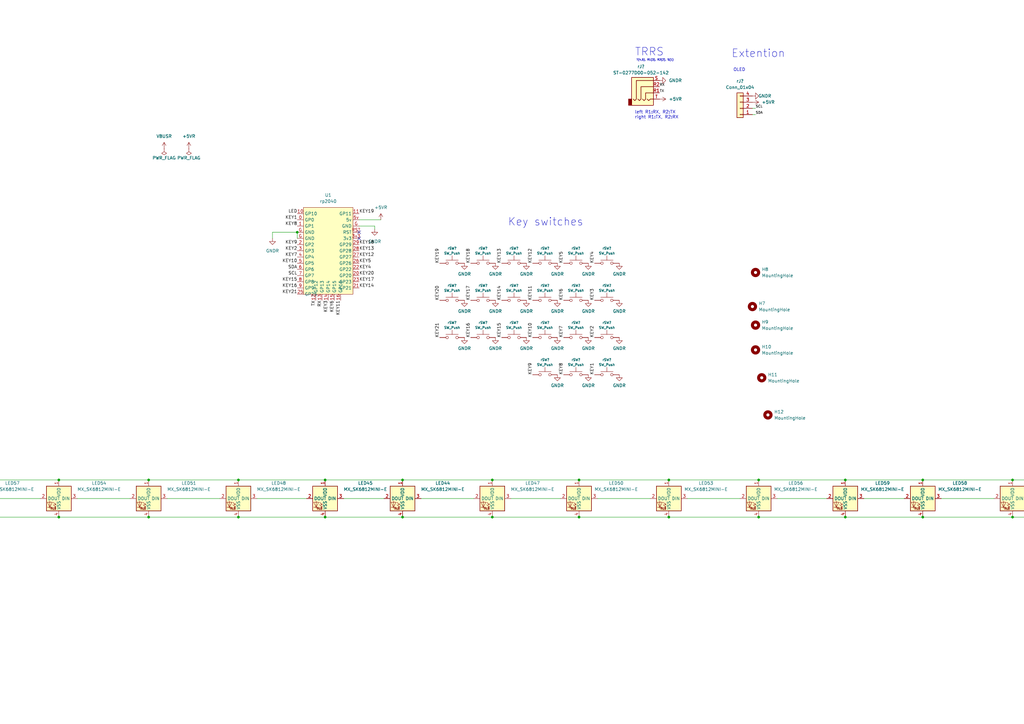
<source format=kicad_sch>
(kicad_sch (version 20231120) (generator "eeschema") (generator_version "8.0")
  (paper "A3")
  (title_block (title "Corne Right") (date "2023-10-07") (rev "4.0.0") (company "foostan"))
  (lib_symbols
    (symbol "Connector_Audio:AudioJack4"
      (property "Reference" "J" (at 0 8.89 0))
      (property "Value" "AudioJack4" (at 0 6.35 0))
      (symbol "AudioJack4_0_1"
        (rectangle (start -6.35 -5.08) (end -7.62 -7.62) (stroke (width 0.254)) (fill (type outline)))
        (polyline (pts (xy 0 -5.08) (xy 0.635 -5.715) (xy 1.27 -5.08) (xy 2.54 -5.08)) (stroke (width 0.254)))
        (polyline (pts (xy -5.715 -5.08) (xy -5.08 -5.715) (xy -4.445 -5.08) (xy -4.445 2.54) (xy 2.54 2.54)) (stroke (width 0.254)))
        (polyline (pts (xy -1.905 -5.08) (xy -1.27 -5.715) (xy -0.635 -5.08) (xy -0.635 -2.54) (xy 2.54 -2.54)) (stroke (width 0.254)))
        (polyline (pts (xy 2.54 0) (xy -2.54 0) (xy -2.54 -5.08) (xy -3.175 -5.715) (xy -3.81 -5.08)) (stroke (width 0.254)))
        (rectangle (start 2.54 3.81) (end -6.35 -7.62) (stroke (width 0.254)) (fill (type background)))
      )
      (symbol "AudioJack4_1_1"
        (pin passive line (at 5.08 -2.54 180) (length 2.54) (name "~") (number "R1"))
        (pin passive line (at 5.08 0 180) (length 2.54) (name "~") (number "R2"))
        (pin passive line (at 5.08 2.54 180) (length 2.54) (name "~") (number "S"))
        (pin passive line (at 5.08 -5.08 180) (length 2.54) (name "~") (number "T"))
      )
    )
    (symbol "Connector_Generic:Conn_01x04" (pin_names (offset 1.016) hide)
      (property "Reference" "J" (at 0 5.08 0))
      (property "Value" "Conn_01x04" (at 0 -7.62 0))
      (symbol "Conn_01x04_1_1"
        (rectangle (start -1.27 -4.953) (end 0 -5.207) (stroke (width 0.1524)))
        (rectangle (start -1.27 -2.413) (end 0 -2.667) (stroke (width 0.1524)))
        (rectangle (start -1.27 0.127) (end 0 -0.127) (stroke (width 0.1524)))
        (rectangle (start -1.27 2.667) (end 0 2.413) (stroke (width 0.1524)))
        (rectangle (start -1.27 3.81) (end 1.27 -6.35) (stroke (width 0.254)) (fill (type background)))
        (pin passive line (at -5.08 2.54 0) (length 3.81) (name "Pin_1") (number "1"))
        (pin passive line (at -5.08 0 0) (length 3.81) (name "Pin_2") (number "2"))
        (pin passive line (at -5.08 -2.54 0) (length 3.81) (name "Pin_3") (number "3"))
        (pin passive line (at -5.08 -5.08 0) (length 3.81) (name "Pin_4") (number "4"))
      )
    )
    (symbol "LED:WS2812B" (pin_names (offset 0.254))
      (property "Reference" "D" (at 5.08 5.715 0))
      (property "Value" "WS2812B" (at 1.27 -5.715 0))
      (symbol "WS2812B_0_0"
        (text "RGB" (at 2.286 -4.191 0) (effects (font (size 0.762 0.762))))
      )
      (symbol "WS2812B_0_1"
        (polyline (pts (xy 1.27 -3.556) (xy 1.778 -3.556)))
        (polyline (pts (xy 1.27 -2.54) (xy 1.778 -2.54)))
        (polyline (pts (xy 4.699 -3.556) (xy 2.667 -3.556)))
        (polyline (pts (xy 2.286 -2.54) (xy 1.27 -3.556) (xy 1.27 -3.048)))
        (polyline (pts (xy 2.286 -1.524) (xy 1.27 -2.54) (xy 1.27 -2.032)))
        (polyline (pts (xy 3.683 -1.016) (xy 3.683 -3.556) (xy 3.683 -4.064)))
        (polyline (pts (xy 4.699 -1.524) (xy 2.667 -1.524) (xy 3.683 -3.556) (xy 4.699 -1.524)))
        (rectangle (start 5.08 5.08) (end -5.08 -5.08) (stroke (width 0.254)) (fill (type background)))
      )
      (symbol "WS2812B_1_1"
        (pin power_in line (at 0 7.62 270) (length 2.54) (name "VDD") (number "1"))
        (pin output line (at 7.62 0 180) (length 2.54) (name "DOUT") (number "2"))
        (pin power_in line (at 0 -7.62 90) (length 2.54) (name "VSS") (number "3"))
        (pin input line (at -7.62 0 0) (length 2.54) (name "DIN") (number "4"))
      )
    )
    (symbol "MountingHole_1" (pin_names (offset 1.016)) (exclude_from_sim yes) (in_bom no)
      (property "Reference" "H" (at 0 5.08 0))
      (property "Value" "MountingHole" (at 0 3.175 0))
      (symbol "MountingHole_1_0_1"
        (circle (center 0 0) (radius 1.27) (stroke (width 1.27)))
      )
    )
    (symbol "PCM_marbastlib-mx:MX_SK6812MINI-E"
      (property "Reference" "LED" (at 3.175 6.35 0))
      (property "Value" "MX_SK6812MINI-E" (at 10.16 -6.985 0))
      (symbol "MX_SK6812MINI-E_0_0"
        (text "RGB" (at 2.286 -4.191 0) (effects (font (size 0.762 0.762))))
      )
      (symbol "MX_SK6812MINI-E_0_1"
        (rectangle (start -5.08 5.08) (end 5.08 -5.08) (stroke (width 0.254)) (fill (type background)))
        (polyline (pts (xy 1.27 -3.556) (xy 1.778 -3.556)))
        (polyline (pts (xy 1.27 -2.54) (xy 1.778 -2.54)))
        (polyline (pts (xy 4.699 -3.556) (xy 2.667 -3.556)))
        (polyline (pts (xy 2.286 -2.54) (xy 1.27 -3.556) (xy 1.27 -3.048)))
        (polyline (pts (xy 2.286 -1.524) (xy 1.27 -2.54) (xy 1.27 -2.032)))
        (polyline (pts (xy 3.683 -1.016) (xy 3.683 -3.556) (xy 3.683 -4.064)))
        (polyline (pts (xy 4.699 -1.524) (xy 2.667 -1.524) (xy 3.683 -3.556) (xy 4.699 -1.524)))
      )
      (symbol "MX_SK6812MINI-E_1_1"
        (pin power_in line (at 0 7.62 270) (length 2.54) (name "VDD") (number "1"))
        (pin output line (at 7.62 0 180) (length 2.54) (name "DOUT") (number "2"))
        (pin input line (at -7.62 0 0) (length 2.54) (name "DIN") (number "3"))
        (pin power_in line (at 0 -7.62 90) (length 2.54) (name "VSS") (number "4"))
      )
    )
    (symbol "PCM_marbastlib-promicroish:rp2040" (in_bom no)
      (property "Reference" "U" (at 0 22.86 0))
      (property "Value" "rp2040" (at 0 20.32 0))
      (symbol "rp2040_1_0"
        (pin bidirectional line (at -12.7 13.97 0) (length 2.54) (name "GP0") (number "0"))
        (pin bidirectional line (at -12.7 11.43 0) (length 2.54) (name "GP1") (number "1"))
        (pin bidirectional line (at -12.7 16.51 0) (length 2.54) (name "GP10") (number "10"))
        (pin power_in line (at 12.7 16.51 180) (length 2.54) (name "GP11") (number "11"))
        (pin bidirectional line (at -5.08 -19.05 90) (length 2.54) (name "GP12") (number "12"))
        (pin bidirectional line (at -2.54 -19.05 90) (length 2.54) (name "GP13") (number "13"))
        (pin bidirectional line (at 0 -19.05 90) (length 2.54) (name "GP14") (number "14"))
        (pin bidirectional line (at 2.54 -19.05 90) (length 2.54) (name "GP15") (number "15"))
        (pin bidirectional line (at 5.08 -19.05 90) (length 2.54) (name "GP16") (number "16"))
        (pin bidirectional line (at -12.7 3.81 0) (length 2.54) (name "GP2") (number "2"))
        (pin bidirectional line (at 12.7 -8.89 180) (length 2.54) (name "GP20") (number "20"))
        (pin bidirectional line (at 12.7 -13.97 180) (length 2.54) (name "GP21") (number "21"))
        (pin bidirectional line (at 12.7 -6.35 180) (length 2.54) (name "GP22") (number "22"))
        (pin bidirectional line (at 12.7 -11.43 180) (length 2.54) (name "GP23") (number "23"))
        (pin bidirectional line (at -12.7 -16.51 0) (length 2.54) (name "GP25") (number "25"))
        (pin bidirectional line (at 12.7 -3.81 180) (length 2.54) (name "GP26") (number "26"))
        (pin bidirectional line (at 12.7 -1.27 180) (length 2.54) (name "GP27") (number "27"))
        (pin bidirectional line (at 12.7 1.27 180) (length 2.54) (name "GP28") (number "28"))
        (pin bidirectional line (at 12.7 3.81 180) (length 2.54) (name "GP29") (number "29"))
        (pin bidirectional line (at -12.7 1.27 0) (length 2.54) (name "GP3") (number "3"))
        (pin power_out line (at 12.7 6.35 180) (length 2.54) (name "3v3") (number "3v3"))
        (pin bidirectional line (at -12.7 -1.27 0) (length 2.54) (name "GP4") (number "4"))
        (pin bidirectional line (at -12.7 -3.81 0) (length 2.54) (name "GP5") (number "5"))
        (pin bidirectional line (at 12.7 13.97 180) (length 2.54) (name "5v") (number "5v"))
        (pin bidirectional line (at -12.7 -6.35 0) (length 2.54) (name "GP6") (number "6"))
        (pin bidirectional line (at -12.7 -8.89 0) (length 2.54) (name "GP7") (number "7"))
        (pin bidirectional line (at -12.7 -11.43 0) (length 2.54) (name "GP8") (number "8"))
        (pin bidirectional line (at -12.7 -13.97 0) (length 2.54) (name "GP9") (number "9"))
        (pin power_out line (at -12.7 6.35 0) (length 2.54) (name "GND") (number "G"))
        (pin power_out line (at -12.7 8.89 0) (length 2.54) (name "GND") (number "G"))
        (pin power_out line (at 12.7 11.43 180) (length 2.54) (name "GND") (number "G"))
        (pin bidirectional line (at 12.7 8.89 180) (length 2.54) (name "RST") (number "RST"))
      )
      (symbol "rp2040_1_1"
        (rectangle (start -10.16 19.05) (end 10.16 -16.51) (fill (type background)))
      )
    )
    (symbol "SW_Push_1" (pin_numbers hide) (pin_names (offset 1.016) hide)
      (property "Reference" "SW" (at 1.27 2.54 0))
      (property "Value" "SW_Push" (at 0 -1.524 0))
      (symbol "SW_Push_1_0_1"
        (circle (center -2.032 0) (radius 0.508))
        (polyline (pts (xy 0 1.27) (xy 0 3.048)))
        (polyline (pts (xy 2.54 1.27) (xy -2.54 1.27)))
        (circle (center 2.032 0) (radius 0.508))
        (pin passive line (at -5.08 0 0) (length 2.54) (name "1") (number "1"))
        (pin passive line (at 5.08 0 180) (length 2.54) (name "2") (number "2"))
      )
    )
    (symbol "Switch:SW_Push" (pin_numbers hide) (pin_names (offset 1.016) hide)
      (property "Reference" "SW" (at 1.27 2.54 0))
      (property "Value" "SW_Push" (at 0 -1.524 0))
      (symbol "SW_Push_0_1"
        (circle (center -2.032 0) (radius 0.508))
        (polyline (pts (xy 0 1.27) (xy 0 3.048)))
        (polyline (pts (xy 2.54 1.27) (xy -2.54 1.27)))
        (circle (center 2.032 0) (radius 0.508))
        (pin passive line (at -5.08 0 0) (length 2.54) (name "1") (number "1"))
        (pin passive line (at 5.08 0 180) (length 2.54) (name "2") (number "2"))
      )
    )
    (symbol "kbd:+5VR" (power) (pin_names (offset 0))
      (property "Value" "+5VR" (at 0 3.556 0))
      (symbol "+5VR_0_1"
        (polyline (pts (xy -0.762 1.27) (xy 0 2.54)))
        (polyline (pts (xy 0 0) (xy 0 2.54)))
        (polyline (pts (xy 0 2.54) (xy 0.762 1.27)))
      )
      (symbol "+5VR_1_1"
        (pin power_in line (at 0 0 90) (length 0) hide (name "+5VR") (number "1"))
      )
    )
    (symbol "kbd:GNDR" (power) (pin_names (offset 0))
      (property "Value" "GNDR" (at 0 -3.81 0))
      (symbol "GNDR_0_1"
        (polyline (pts (xy 0 0) (xy 0 -1.27) (xy 1.27 -1.27) (xy 0 -2.54) (xy -1.27 -1.27) (xy 0 -1.27)))
      )
      (symbol "GNDR_1_1"
        (pin power_in line (at 0 0 270) (length 0) hide (name "GNDR") (number "1"))
      )
    )
    (symbol "kbd_local:VBUSR" (power) (pin_names (offset 0))
      (property "Value" "VBUSR" (at 0 3.81 0))
      (symbol "VBUSR_0_1"
        (polyline (pts (xy -0.762 1.27) (xy 0 2.54)))
        (polyline (pts (xy 0 0) (xy 0 2.54)))
        (polyline (pts (xy 0 2.54) (xy 0.762 1.27)))
      )
      (symbol "VBUSR_1_1"
        (pin power_in line (at 0 0 90) (length 0) hide (name "VBUSR") (number "1"))
      )
    )
    (symbol "power:PWR_FLAG" (power) (pin_numbers hide) (pin_names (offset 0) hide)
      (property "Value" "PWR_FLAG" (at 0 3.81 0))
      (symbol "PWR_FLAG_0_0"
        (pin power_out line (at 0 0 90) (length 0) (name "pwr") (number "1"))
      )
      (symbol "PWR_FLAG_0_1"
        (polyline (pts (xy 0 0) (xy 0 1.27) (xy -1.016 1.905) (xy 0 2.54) (xy 1.016 1.905) (xy 0 1.27)))
      )
    )
  )
  (junction (at 165.1 212.09))
  (junction (at -116.84 212.09))
  (junction (at 415.29 212.09))
  (junction (at 594.36 212.09))
  (junction (at 237.49 196.85))
  (junction (at -153.67 196.85))
  (junction (at 594.36 196.85))
  (junction (at 60.96 196.85))
  (junction (at 165.1 196.85))
  (junction (at 97.79 212.09))
  (junction (at -11.43 212.09))
  (junction (at 24.13 212.09))
  (junction (at 133.35 196.85))
  (junction (at -48.26 212.09))
  (junction (at 346.71 196.85))
  (junction (at -81.28 196.85))
  (junction (at 201.93 196.85))
  (junction (at 450.85 212.09))
  (junction (at 378.46 212.09))
  (junction (at 450.85 196.85))
  (junction (at -11.43 196.85))
  (junction (at 487.68 196.85))
  (junction (at 133.35 212.09))
  (junction (at 121.92 95.25))
  (junction (at 487.68 212.09))
  (junction (at 201.93 212.09))
  (junction (at 60.96 212.09))
  (junction (at 524.51 196.85))
  (junction (at 311.15 212.09))
  (junction (at 346.71 212.09))
  (junction (at 97.79 196.85))
  (junction (at 560.07 212.09))
  (junction (at 24.13 196.85))
  (junction (at 274.32 212.09))
  (junction (at -81.28 212.09))
  (junction (at -116.84 196.85))
  (junction (at 311.15 196.85))
  (junction (at 237.49 212.09))
  (junction (at 524.51 212.09))
  (junction (at -153.67 212.09))
  (junction (at 274.32 196.85))
  (junction (at 560.07 196.85))
  (junction (at 415.29 196.85))
  (junction (at -48.26 196.85))
  (junction (at 378.46 196.85))
  (no_connect (at 147.32 95.25))
  (no_connect (at 147.32 97.79))
  (wire (pts (xy 97.79 212.09) (xy 60.96 212.09)))
  (wire (pts (xy -40.64 204.47) (xy -19.05 204.47)))
  (wire (pts (xy 147.32 90.17) (xy 156.21 90.17)))
  (wire (pts (xy -153.67 212.09) (xy -153.67 220.98)))
  (wire (pts (xy 24.13 196.85) (xy -11.43 196.85)))
  (wire (pts (xy 153.67 92.71) (xy 153.67 93.98)))
  (wire (pts (xy 121.92 95.25) (xy 121.92 97.79)))
  (wire (pts (xy -116.84 196.85) (xy -153.67 196.85)))
  (wire (pts (xy 209.55 204.47) (xy 229.87 204.47)))
  (wire (pts (xy 524.51 212.09) (xy 487.68 212.09)))
  (wire (pts (xy 311.15 196.85) (xy 274.32 196.85)))
  (wire (pts (xy 237.49 212.09) (xy 201.93 212.09)))
  (wire (pts (xy 201.93 196.85) (xy 165.1 196.85)))
  (wire (pts (xy 594.36 212.09) (xy 617.22 212.09)))
  (wire (pts (xy 560.07 212.09) (xy 594.36 212.09)))
  (wire (pts (xy 560.07 196.85) (xy 524.51 196.85)))
  (wire (pts (xy 281.94 204.47) (xy 303.53 204.47)))
  (wire (pts (xy 458.47 204.47) (xy 480.06 204.47)))
  (wire (pts (xy 560.07 196.85) (xy 594.36 196.85)))
  (wire (pts (xy 245.11 204.47) (xy 266.7 204.47)))
  (wire (pts (xy 601.98 204.47) (xy 609.6 204.47)))
  (wire (pts (xy 309.88 46.99) (xy 308.61 46.99)))
  (wire (pts (xy 60.96 196.85) (xy 24.13 196.85)))
  (wire (pts (xy 450.85 212.09) (xy 415.29 212.09)))
  (wire (pts (xy 346.71 212.09) (xy 311.15 212.09)))
  (wire (pts (xy 31.75 204.47) (xy 53.34 204.47)))
  (wire (pts (xy -153.67 189.23) (xy -153.67 196.85)))
  (wire (pts (xy -81.28 212.09) (xy -116.84 212.09)))
  (wire (pts (xy 68.58 204.47) (xy 90.17 204.47)))
  (wire (pts (xy 450.85 196.85) (xy 415.29 196.85)))
  (wire (pts (xy 378.46 212.09) (xy 346.71 212.09)))
  (wire (pts (xy 133.35 196.85) (xy 97.79 196.85)))
  (wire (pts (xy 386.08 204.47) (xy 407.67 204.47)))
  (wire (pts (xy 24.13 212.09) (xy -11.43 212.09)))
  (wire (pts (xy 378.46 196.85) (xy 346.71 196.85)))
  (wire (pts (xy 172.72 204.47) (xy 194.31 204.47)))
  (wire (pts (xy -73.66 204.47) (xy -55.88 204.47)))
  (wire (pts (xy 311.15 212.09) (xy 274.32 212.09)))
  (wire (pts (xy 318.77 204.47) (xy 339.09 204.47)))
  (wire (pts (xy 415.29 196.85) (xy 378.46 196.85)))
  (wire (pts (xy 274.32 196.85) (xy 237.49 196.85)))
  (wire (pts (xy 165.1 212.09) (xy 133.35 212.09)))
  (wire (pts (xy 140.97 204.47) (xy 157.48 204.47)))
  (wire (pts (xy 560.07 212.09) (xy 524.51 212.09)))
  (wire (pts (xy 524.51 196.85) (xy 487.68 196.85)))
  (wire (pts (xy 309.88 44.45) (xy 308.61 44.45)))
  (wire (pts (xy 111.76 95.25) (xy 111.76 97.79)))
  (wire (pts (xy -81.28 196.85) (xy -116.84 196.85)))
  (wire (pts (xy 532.13 204.47) (xy 552.45 204.47)))
  (wire (pts (xy 201.93 212.09) (xy 165.1 212.09)))
  (wire (pts (xy 567.69 204.47) (xy 586.74 204.47)))
  (wire (pts (xy -11.43 212.09) (xy -48.26 212.09)))
  (wire (pts (xy -109.22 204.47) (xy -88.9 204.47)))
  (wire (pts (xy 60.96 212.09) (xy 24.13 212.09)))
  (wire (pts (xy -48.26 212.09) (xy -81.28 212.09)))
  (wire (pts (xy -3.81 204.47) (xy 16.51 204.47)))
  (wire (pts (xy 422.91 204.47) (xy 443.23 204.47)))
  (wire (pts (xy -116.84 212.09) (xy -153.67 212.09)))
  (wire (pts (xy 487.68 212.09) (xy 450.85 212.09)))
  (wire (pts (xy 121.92 95.25) (xy 111.76 95.25)))
  (wire (pts (xy 495.3 204.47) (xy 516.89 204.47)))
  (wire (pts (xy 97.79 196.85) (xy 60.96 196.85)))
  (wire (pts (xy 105.41 204.47) (xy 125.73 204.47)))
  (wire (pts (xy 237.49 196.85) (xy 201.93 196.85)))
  (wire (pts (xy -11.43 196.85) (xy -48.26 196.85)))
  (wire (pts (xy 487.68 196.85) (xy 450.85 196.85)))
  (wire (pts (xy 354.33 204.47) (xy 370.84 204.47)))
  (wire (pts (xy 346.71 196.85) (xy 311.15 196.85)))
  (wire (pts (xy 165.1 196.85) (xy 133.35 196.85)))
  (wire (pts (xy 415.29 212.09) (xy 378.46 212.09)))
  (wire (pts (xy -48.26 196.85) (xy -81.28 196.85)))
  (wire (pts (xy 594.36 196.85) (xy 617.22 196.85)))
  (wire (pts (xy 147.32 92.71) (xy 153.67 92.71)))
  (wire (pts (xy 274.32 212.09) (xy 237.49 212.09)))
  (wire (pts (xy -146.05 204.47) (xy -124.46 204.47)))
  (wire (pts (xy 133.35 212.09) (xy 97.79 212.09)))
  (text "Key switches" (at 208.28 92.964 0) (effects (font (size 3.175 3.175)) (justify left bottom)))
  (text "Extention" (at 299.974 23.876 0) (effects (font (size 3.175 3.175)) (justify left bottom)))
  (text "TRRS" (at 260.35 23.241 0) (effects (font (size 3.175 3.175)) (justify left bottom)))
  (text "OLED" (at 300.736 29.464 0) (effects (font (size 1.27 1.27)) (justify left bottom)))
  (text "left R1:RX, R2:TX\nright R1:TX, R2:RX" (at 260.35 48.895 0) (effects (font (size 1.27 1.27)) (justify left bottom)))
  (text "T(4,5), R1(3), R2(2), S(1)\n" (at 260.985 25.146 0) (effects (font (size 0.762 0.762)) (justify left bottom)))
  (label "KEY1" (at 121.92 90.17 180))
  (label "LED" (at 624.84 204.47 0))
  (label "TX" (at 129.54 123.19 270))
  (label "RX" (at 270.51 35.56 0) (effects (font (size 1 1))))
  (label "SCL" (at 309.88 44.45 0) (effects (font (size 1 1))))
  (label "KEY8" (at 121.92 92.71 180))
  (label "KEY19" (at 180.34 107.95 90))
  (label "KEY18" (at 147.32 100.33 0))
  (label "KEY4" (at 243.84 107.95 90))
  (label "KEY6" (at 231.14 123.19 90))
  (label "RX" (at 132.08 123.19 270))
  (label "KEY14" (at 205.74 123.19 90))
  (label "KEY12" (at 218.44 107.95 90))
  (label "KEY20" (at 180.34 123.19 90))
  (label "KEY3" (at 243.84 123.19 90))
  (label "KEY2" (at 243.84 138.43 90))
  (label "KEY16" (at 193.04 138.43 90))
  (label "KEY15" (at 205.74 138.43 90))
  (label "KEY11" (at 218.44 123.19 90))
  (label "SDA" (at 121.92 110.49 180))
  (label "KEY9" (at 121.92 100.33 180))
  (label "KEY18" (at 193.04 107.95 90))
  (label "KEY17" (at 193.04 123.19 90))
  (label "KEY13" (at 205.74 107.95 90))
  (label "KEY7" (at 121.92 105.41 180))
  (label "KEY10" (at 218.44 138.43 90))
  (label "KEY9" (at 218.44 153.67 90))
  (label "KEY5" (at 147.32 107.95 0))
  (label "KEY1" (at 243.84 153.67 90))
  (label "SCL" (at 121.92 113.03 180))
  (label "KEY19" (at 147.32 87.63 0))
  (label "KEY2" (at 121.92 102.87 180))
  (label "TX" (at 270.51 38.1 0) (effects (font (size 1 1))))
  (label "KEY12" (at 147.32 105.41 0))
  (label "KEY7" (at 231.14 138.43 90))
  (label "KEY4" (at 147.32 110.49 0))
  (label "KEY15" (at 121.92 115.57 180))
  (label "KEY20" (at 147.32 113.03 0))
  (label "KEY21" (at 180.34 138.43 90))
  (label "KEY17" (at 147.32 115.57 0))
  (label "KEY14" (at 147.32 118.11 0))
  (label "KEY16" (at 121.92 118.11 180))
  (label "KEY21" (at 121.92 120.65 180))
  (label "SDA" (at 309.88 46.99 0) (effects (font (size 1 1))))
  (label "KEY13" (at 147.32 102.87 0))
  (label "KEY3" (at 134.62 123.19 270))
  (label "KEY11" (at 139.7 123.19 270))
  (label "KEY5" (at 231.14 107.95 90))
  (label "KEY10" (at 121.92 107.95 180))
  (label "KEY6" (at 137.16 123.19 270))
  (label "LED" (at 121.92 87.63 180))
  (label "KEY8" (at 231.14 153.67 90))
  (symbol (lib_id "kbd:GNDR") (at 241.3 123.19 0) (unit 1)
    (property "Reference" "#PWR?" (effects (hide yes)))
    (property "Value" "GNDR" (at 241.3 127.635 0))
  )
  (symbol (lib_id "Switch:SW_Push") (at 236.22 123.19 0) (unit 1)
    (property "Reference" "rSW?" (at 236.22 117.094 0) (effects (font (size 1 1))))
    (property "Value" "SW_Push" (at 236.22 119.126 0) (effects (font (size 1 1))))
    (property "Footprint" "PCM_marbastlib-mx:SW_MX_HS_CPG151101S11_1u" (effects (hide yes)))
  )
  (symbol (lib_name "SW_Push_1") (lib_id "Switch:SW_Push") (at 248.92 107.95 0) (unit 1)
    (property "Reference" "rSW?" (at 248.92 101.854 0) (effects (font (size 1 1))))
    (property "Value" "SW_Push" (at 248.92 103.886 0) (effects (font (size 1 1))))
    (property "Footprint" "PCM_marbastlib-mx:SW_MX_HS_CPG151101S11_1u" (effects (hide yes)))
  )
  (symbol (lib_id "PCM_marbastlib-mx:MX_SK6812MINI-E") (at 378.46 204.47 0) (mirror y) (unit 1)
    (property "Reference" "LED58" (at 393.7 198.1514 0))
    (property "Value" "MX_SK6812MINI-E" (at 393.7 200.6914 0))
    (property "Footprint" "PCM_marbastlib-mx:LED_MX_6028R" (effects (hide yes)))
    (property "Description" "Reverse mount adressable LED (WS2812 protocol)" (effects (hide yes)))
  )
  (symbol (lib_id "LED:WS2812B") (at 594.36 204.47 0) (unit 1)
    (property "Reference" "D1" (at 605.79 198.1514 0))
    (property "Value" "WS2812B" (at 605.79 200.6914 0))
    (property "Footprint" "LED_SMD:LED_WS2812B_PLCC4_5.0x5.0mm_P3.2mm" (effects (hide yes)))
    (property "Datasheet" "https://cdn-shop.adafruit.com/datasheets/WS2812B.pdf" (effects (hide yes)))
    (property "Description" "RGB LED with integrated controller" (effects (hide yes)))
  )
  (symbol (lib_id "kbd:GNDR") (at 215.9 107.95 0) (unit 1)
    (property "Reference" "#PWR?" (effects (hide yes)))
    (property "Value" "GNDR" (at 215.9 112.395 0))
  )
  (symbol (lib_id "PCM_marbastlib-mx:MX_SK6812MINI-E") (at 311.15 204.47 0) (mirror y) (unit 1)
    (property "Reference" "LED56" (at 326.39 198.1514 0))
    (property "Value" "MX_SK6812MINI-E" (at 326.39 200.6914 0))
    (property "Footprint" "PCM_marbastlib-mx:LED_MX_6028R-ROT" (effects (hide yes)))
    (property "Description" "Reverse mount adressable LED (WS2812 protocol)" (effects (hide yes)))
  )
  (symbol (lib_id "kbd:GNDR") (at 241.3 153.67 0) (unit 1)
    (property "Reference" "#PWR?" (effects (hide yes)))
    (property "Value" "GNDR" (at 241.3 158.115 0))
  )
  (symbol (lib_id "PCM_marbastlib-promicroish:rp2040") (at 134.62 104.14 0) (unit 1) (in_bom no)
    (property "Reference" "U1" (at 134.62 80.01 0))
    (property "Value" "rp2040" (at 134.62 82.55 0))
    (property "Footprint" "various:rp2040promicro" (effects (hide yes)))
    (property "Description" "Symbol for an Elite-C" (effects (hide yes)))
  )
  (symbol (lib_id "kbd_local:VBUSR") (at 67.31 60.96 0) (unit 1)
    (property "Reference" "#PWR065" (effects (hide yes)))
    (property "Value" "VBUSR" (at 67.31 55.88 0))
  )
  (symbol (lib_id "kbd:+5VR") (at 156.21 90.17 0) (unit 1)
    (property "Reference" "#PWR02" (effects (hide yes)))
    (property "Value" "+5VR" (at 156.21 85.09 0))
  )
  (symbol (lib_id "kbd:GNDR") (at 215.9 123.19 0) (unit 1)
    (property "Reference" "#PWR?" (effects (hide yes)))
    (property "Value" "GNDR" (at 215.9 127.635 0))
  )
  (symbol (lib_id "kbd:GNDR") (at -153.67 220.98 0) (unit 1)
    (property "Reference" "#PWR?" (effects (hide yes)))
    (property "Value" "GNDR" (at -153.67 225.425 0))
  )
  (symbol (lib_id "Switch:SW_Push") (at 236.22 107.95 0) (unit 1)
    (property "Reference" "rSW?" (at 236.22 101.854 0) (effects (font (size 1 1))))
    (property "Value" "SW_Push" (at 236.22 103.886 0) (effects (font (size 1 1))))
    (property "Footprint" "PCM_marbastlib-mx:SW_MX_HS_CPG151101S11_1u" (effects (hide yes)))
  )
  (symbol (lib_id "kbd:GNDR") (at 190.5 107.95 0) (unit 1)
    (property "Reference" "#PWR?" (effects (hide yes)))
    (property "Value" "GNDR" (at 190.5 112.395 0))
  )
  (symbol (lib_id "Switch:SW_Push") (at 198.12 138.43 0) (unit 1)
    (property "Reference" "rSW?" (at 198.12 132.334 0) (effects (font (size 1 1))))
    (property "Value" "SW_Push" (at 198.12 134.366 0) (effects (font (size 1 1))))
    (property "Footprint" "PCM_marbastlib-mx:SW_MX_HS_CPG151101S11_1u" (effects (hide yes)))
  )
  (symbol (lib_id "PCM_marbastlib-mx:MX_SK6812MINI-E") (at 24.13 204.47 0) (mirror y) (unit 1)
    (property "Reference" "LED54" (at 40.64 198.1514 0))
    (property "Value" "MX_SK6812MINI-E" (at 40.64 200.6914 0))
    (property "Footprint" "PCM_marbastlib-mx:LED_MX_6028R" (effects (hide yes)))
    (property "Description" "Reverse mount adressable LED (WS2812 protocol)" (effects (hide yes)))
  )
  (symbol (lib_id "kbd:GNDR") (at 254 138.43 0) (unit 1)
    (property "Reference" "#PWR?" (effects (hide yes)))
    (property "Value" "GNDR" (at 254 142.875 0))
  )
  (symbol (lib_id "Switch:SW_Push") (at 210.82 138.43 0) (unit 1)
    (property "Reference" "rSW?" (at 210.82 132.334 0) (effects (font (size 1 1))))
    (property "Value" "SW_Push" (at 210.82 134.366 0) (effects (font (size 1 1))))
    (property "Footprint" "PCM_marbastlib-mx:SW_MX_HS_CPG151101S11_1u" (effects (hide yes)))
  )
  (symbol (lib_name "MountingHole_1") (lib_id "Mechanical:MountingHole") (at 312.42 154.94 0) (unit 1) (exclude_from_sim yes) (in_bom no)
    (property "Reference" "H11" (at 314.96 153.6699 0) (effects (justify left)))
    (property "Value" "MountingHole" (at 314.96 156.2099 0) (effects (justify left)))
    (property "Footprint" "MountingHole:MountingHole_2.2mm_M2" (effects (hide yes)))
    (property "Description" "Mounting Hole without connection" (effects (hide yes)))
  )
  (symbol (lib_id "kbd:GNDR") (at 153.67 93.98 0) (unit 1)
    (property "Reference" "#PWR05" (effects (hide yes)))
    (property "Value" "GNDR" (at 153.67 99.06 0))
  )
  (symbol (lib_id "Switch:SW_Push") (at 248.92 153.67 0) (unit 1)
    (property "Reference" "rSW?" (at 248.92 147.574 0) (effects (font (size 1 1))))
    (property "Value" "SW_Push" (at 248.92 149.606 0) (effects (font (size 1 1))))
    (property "Footprint" "PCM_marbastlib-mx:SW_MX_HS_CPG151101S11_1u" (effects (hide yes)))
  )
  (symbol (lib_id "LED:WS2812B") (at 617.22 204.47 0) (unit 1)
    (property "Reference" "D2" (at 628.65 198.1514 0))
    (property "Value" "WS2812B" (at 628.65 200.6914 0))
    (property "Footprint" "LED_SMD:LED_WS2812B_PLCC4_5.0x5.0mm_P3.2mm" (effects (hide yes)))
    (property "Datasheet" "https://cdn-shop.adafruit.com/datasheets/WS2812B.pdf" (effects (hide yes)))
    (property "Description" "RGB LED with integrated controller" (effects (hide yes)))
  )
  (symbol (lib_id "kbd:GNDR") (at 215.9 138.43 0) (unit 1)
    (property "Reference" "#PWR?" (effects (hide yes)))
    (property "Value" "GNDR" (at 215.9 142.875 0))
  )
  (symbol (lib_id "PCM_marbastlib-mx:MX_SK6812MINI-E") (at 274.32 204.47 0) (mirror y) (unit 1)
    (property "Reference" "LED53" (at 289.56 198.1514 0))
    (property "Value" "MX_SK6812MINI-E" (at 289.56 200.6914 0))
    (property "Footprint" "PCM_marbastlib-mx:LED_MX_6028R-ROT" (effects (hide yes)))
    (property "Description" "Reverse mount adressable LED (WS2812 protocol)" (effects (hide yes)))
  )
  (symbol (lib_id "PCM_marbastlib-mx:MX_SK6812MINI-E") (at 415.29 204.47 0) (mirror y) (unit 1)
    (property "Reference" "LED55" (at 430.53 198.1514 0))
    (property "Value" "MX_SK6812MINI-E" (at 430.53 200.6914 0))
    (property "Footprint" "PCM_marbastlib-mx:LED_MX_6028R" (effects (hide yes)))
    (property "Description" "Reverse mount adressable LED (WS2812 protocol)" (effects (hide yes)))
  )
  (symbol (lib_id "kbd:GNDR") (at 241.3 138.43 0) (unit 1)
    (property "Reference" "#PWR?" (effects (hide yes)))
    (property "Value" "GNDR" (at 241.3 142.875 0))
  )
  (symbol (lib_id "kbd:GNDR") (at 254 123.19 0) (unit 1)
    (property "Reference" "#PWR?" (effects (hide yes)))
    (property "Value" "GNDR" (at 254 127.635 0))
  )
  (symbol (lib_id "Switch:SW_Push") (at 198.12 123.19 0) (unit 1)
    (property "Reference" "rSW?" (at 198.12 117.094 0) (effects (font (size 1 1))))
    (property "Value" "SW_Push" (at 198.12 119.126 0) (effects (font (size 1 1))))
    (property "Footprint" "PCM_marbastlib-mx:SW_MX_HS_CPG151101S11_1u" (effects (hide yes)))
  )
  (symbol (lib_id "Switch:SW_Push") (at 185.42 138.43 0) (unit 1)
    (property "Reference" "rSW?" (at 185.42 132.334 0) (effects (font (size 1 1))))
    (property "Value" "SW_Push" (at 185.42 134.366 0) (effects (font (size 1 1))))
    (property "Footprint" "PCM_marbastlib-mx:SW_MX_HS_CPG151101S11_1u" (effects (hide yes)))
  )
  (symbol (lib_id "PCM_marbastlib-mx:MX_SK6812MINI-E") (at -81.28 204.47 0) (mirror y) (unit 1)
    (property "Reference" "LED61" (at -64.77 198.1514 0))
    (property "Value" "MX_SK6812MINI-E" (at -64.77 200.6914 0))
    (property "Footprint" "PCM_marbastlib-mx:LED_MX_6028R" (effects (hide yes)))
    (property "Description" "Reverse mount adressable LED (WS2812 protocol)" (effects (hide yes)))
  )
  (symbol (lib_id "kbd:GNDR") (at 270.51 33.02 90) (unit 1)
    (property "Reference" "#PWR?" (effects (hide yes)))
    (property "Value" "GNDR" (at 274.32 33.02 90) (effects (justify right)))
  )
  (symbol (lib_name "MountingHole_1") (lib_id "Mechanical:MountingHole") (at 309.88 133.35 0) (unit 1) (exclude_from_sim yes) (in_bom no)
    (property "Reference" "H9" (at 312.42 132.0799 0) (effects (justify left)))
    (property "Value" "MountingHole" (at 312.42 134.6199 0) (effects (justify left)))
    (property "Footprint" "MountingHole:MountingHole_2.2mm_M2" (effects (hide yes)))
    (property "Description" "Mounting Hole without connection" (effects (hide yes)))
  )
  (symbol (lib_id "PCM_marbastlib-mx:MX_SK6812MINI-E") (at 97.79 204.47 0) (mirror y) (unit 1)
    (property "Reference" "LED48" (at 114.3 198.1514 0))
    (property "Value" "MX_SK6812MINI-E" (at 114.3 200.6914 0))
    (property "Footprint" "PCM_marbastlib-mx:LED_MX_6028R" (effects (hide yes)))
    (property "Description" "Reverse mount adressable LED (WS2812 protocol)" (effects (hide yes)))
  )
  (symbol (lib_id "kbd:GNDR") (at 254 107.95 0) (unit 1)
    (property "Reference" "#PWR?" (effects (hide yes)))
    (property "Value" "GNDR" (at 254 112.395 0))
  )
  (symbol (lib_id "Switch:SW_Push") (at 223.52 153.67 0) (unit 1)
    (property "Reference" "rSW?" (at 223.52 147.574 0) (effects (font (size 1 1))))
    (property "Value" "SW_Push" (at 223.52 149.606 0) (effects (font (size 1 1))))
    (property "Footprint" "PCM_marbastlib-mx:SW_MX_HS_CPG151101S11_1u" (effects (hide yes)))
  )
  (symbol (lib_id "PCM_marbastlib-mx:MX_SK6812MINI-E") (at -48.26 204.47 0) (mirror y) (unit 1)
    (property "Reference" "LED60" (at -31.75 198.1514 0))
    (property "Value" "MX_SK6812MINI-E" (at -31.75 200.6914 0))
    (property "Footprint" "PCM_marbastlib-mx:LED_MX_6028R" (effects (hide yes)))
    (property "Description" "Reverse mount adressable LED (WS2812 protocol)" (effects (hide yes)))
  )
  (symbol (lib_id "Switch:SW_Push") (at 185.42 107.95 0) (unit 1)
    (property "Reference" "rSW?" (at 185.42 101.854 0) (effects (font (size 1 1))))
    (property "Value" "SW_Push" (at 185.42 103.886 0) (effects (font (size 1 1))))
    (property "Footprint" "PCM_marbastlib-mx:SW_MX_HS_CPG151101S11_1u" (effects (hide yes)))
  )
  (symbol (lib_name "MountingHole_1") (lib_id "Mechanical:MountingHole") (at 309.88 111.76 0) (unit 1) (exclude_from_sim yes) (in_bom no)
    (property "Reference" "H8" (at 312.42 110.4899 0) (effects (justify left)))
    (property "Value" "MountingHole" (at 312.42 113.0299 0) (effects (justify left)))
    (property "Footprint" "MountingHole:MountingHole_2.2mm_M2" (effects (hide yes)))
    (property "Description" "Mounting Hole without connection" (effects (hide yes)))
  )
  (symbol (lib_id "Switch:SW_Push") (at 248.92 138.43 0) (unit 1)
    (property "Reference" "rSW?" (at 248.92 132.334 0) (effects (font (size 1 1))))
    (property "Value" "SW_Push" (at 248.92 134.366 0) (effects (font (size 1 1))))
    (property "Footprint" "PCM_marbastlib-mx:SW_MX_HS_CPG151101S11_1u" (effects (hide yes)))
  )
  (symbol (lib_id "kbd:+5VR") (at 308.61 41.91 270) (unit 1)
    (property "Reference" "#PWR075" (effects (hide yes)))
    (property "Value" "+5VR" (at 312.42 41.91 90) (effects (justify left)))
  )
  (symbol (lib_id "kbd:GNDR") (at 308.61 39.37 90) (unit 1)
    (property "Reference" "#PWR?" (effects (hide yes)))
    (property "Value" "GNDR" (at 313.69 39.37 90))
  )
  (symbol (lib_id "Switch:SW_Push") (at 210.82 107.95 0) (unit 1)
    (property "Reference" "rSW?" (at 210.82 101.854 0) (effects (font (size 1 1))))
    (property "Value" "SW_Push" (at 210.82 103.886 0) (effects (font (size 1 1))))
    (property "Footprint" "PCM_marbastlib-mx:SW_MX_HS_CPG151101S11_1u" (effects (hide yes)))
  )
  (symbol (lib_id "PCM_marbastlib-mx:MX_SK6812MINI-E") (at -116.84 204.47 0) (mirror y) (unit 1)
    (property "Reference" "LED62" (at -100.33 198.1514 0))
    (property "Value" "MX_SK6812MINI-E" (at -100.33 200.6914 0))
    (property "Footprint" "PCM_marbastlib-mx:LED_MX_6028R" (effects (hide yes)))
    (property "Description" "Reverse mount adressable LED (WS2812 protocol)" (effects (hide yes)))
  )
  (symbol (lib_id "PCM_marbastlib-mx:MX_SK6812MINI-E") (at 237.49 204.47 0) (mirror y) (unit 1)
    (property "Reference" "LED50" (at 252.73 198.1514 0))
    (property "Value" "MX_SK6812MINI-E" (at 252.73 200.6914 0))
    (property "Footprint" "PCM_marbastlib-mx:LED_MX_6028R-ROT" (effects (hide yes)))
    (property "Description" "Reverse mount adressable LED (WS2812 protocol)" (effects (hide yes)))
  )
  (symbol (lib_id "kbd:+5VR") (at 270.51 40.64 270) (unit 1)
    (property "Reference" "#PWR074" (effects (hide yes)))
    (property "Value" "+5VR" (at 274.32 40.64 90) (effects (justify left)))
  )
  (symbol (lib_id "Switch:SW_Push") (at 236.22 138.43 0) (unit 1)
    (property "Reference" "rSW?" (at 236.22 132.334 0) (effects (font (size 1 1))))
    (property "Value" "SW_Push" (at 236.22 134.366 0) (effects (font (size 1 1))))
    (property "Footprint" "PCM_marbastlib-mx:SW_MX_HS_CPG151101S11_1u" (effects (hide yes)))
  )
  (symbol (lib_id "kbd:GNDR") (at 203.2 107.95 0) (unit 1)
    (property "Reference" "#PWR?" (effects (hide yes)))
    (property "Value" "GNDR" (at 203.2 112.395 0))
  )
  (symbol (lib_id "Switch:SW_Push") (at 210.82 123.19 0) (unit 1)
    (property "Reference" "rSW?" (at 210.82 117.094 0) (effects (font (size 1 1))))
    (property "Value" "SW_Push" (at 210.82 119.126 0) (effects (font (size 1 1))))
    (property "Footprint" "PCM_marbastlib-mx:SW_MX_HS_CPG151101S11_1u" (effects (hide yes)))
  )
  (symbol (lib_id "PCM_marbastlib-mx:MX_SK6812MINI-E") (at 560.07 204.47 0) (mirror y) (unit 1)
    (property "Reference" "LED43" (at 575.31 198.1514 0))
    (property "Value" "MX_SK6812MINI-E" (at 575.31 200.6914 0))
    (property "Footprint" "PCM_marbastlib-mx:LED_MX_6028R" (effects (hide yes)))
    (property "Description" "Reverse mount adressable LED (WS2812 protocol)" (effects (hide yes)))
  )
  (symbol (lib_id "kbd:GNDR") (at 203.2 138.43 0) (unit 1)
    (property "Reference" "#PWR?" (effects (hide yes)))
    (property "Value" "GNDR" (at 203.2 142.875 0))
  )
  (symbol (lib_id "kbd:GNDR") (at 203.2 123.19 0) (unit 1)
    (property "Reference" "#PWR?" (effects (hide yes)))
    (property "Value" "GNDR" (at 203.2 127.635 0))
  )
  (symbol (lib_name "MountingHole_1") (lib_id "Mechanical:MountingHole") (at 309.88 143.51 0) (unit 1) (exclude_from_sim yes) (in_bom no)
    (property "Reference" "H10" (at 312.42 142.2399 0) (effects (justify left)))
    (property "Value" "MountingHole" (at 312.42 144.7799 0) (effects (justify left)))
    (property "Footprint" "MountingHole:MountingHole_2.2mm_M2" (effects (hide yes)))
    (property "Description" "Mounting Hole without connection" (effects (hide yes)))
  )
  (symbol (lib_name "MountingHole_1") (lib_id "Mechanical:MountingHole") (at 314.96 170.18 0) (unit 1) (exclude_from_sim yes) (in_bom no)
    (property "Reference" "H12" (at 317.5 168.9099 0) (effects (justify left)))
    (property "Value" "MountingHole" (at 317.5 171.4499 0) (effects (justify left)))
    (property "Footprint" "MountingHole:MountingHole_2.2mm_M2" (effects (hide yes)))
    (property "Description" "Mounting Hole without connection" (effects (hide yes)))
  )
  (symbol (lib_id "power:PWR_FLAG") (at 67.31 60.96 180) (unit 1)
    (property "Reference" "#FLG?" (effects (hide yes)))
    (property "Value" "PWR_FLAG" (at 67.31 64.77 0))
  )
  (symbol (lib_id "Switch:SW_Push") (at 248.92 123.19 0) (unit 1)
    (property "Reference" "rSW?" (at 248.92 117.094 0) (effects (font (size 1 1))))
    (property "Value" "SW_Push" (at 248.92 119.126 0) (effects (font (size 1 1))))
    (property "Footprint" "PCM_marbastlib-mx:SW_MX_HS_CPG151101S11_1u" (effects (hide yes)))
  )
  (symbol (lib_id "kbd:GNDR") (at 228.6 107.95 0) (unit 1)
    (property "Reference" "#PWR?" (effects (hide yes)))
    (property "Value" "GNDR" (at 228.6 112.395 0))
  )
  (symbol (lib_id "kbd:+5VR") (at 77.47 60.96 0) (unit 1)
    (property "Reference" "#PWR067" (effects (hide yes)))
    (property "Value" "+5VR" (at 77.47 55.88 0))
  )
  (symbol (lib_id "PCM_marbastlib-mx:MX_SK6812MINI-E") (at 60.96 204.47 0) (mirror y) (unit 1)
    (property "Reference" "LED51" (at 77.47 198.1514 0))
    (property "Value" "MX_SK6812MINI-E" (at 77.47 200.6914 0))
    (property "Footprint" "PCM_marbastlib-mx:LED_MX_6028R" (effects (hide yes)))
    (property "Description" "Reverse mount adressable LED (WS2812 protocol)" (effects (hide yes)))
  )
  (symbol (lib_id "Switch:SW_Push") (at 185.42 123.19 0) (unit 1)
    (property "Reference" "rSW?" (at 185.42 117.094 0) (effects (font (size 1 1))))
    (property "Value" "SW_Push" (at 185.42 119.126 0) (effects (font (size 1 1))))
    (property "Footprint" "PCM_marbastlib-mx:SW_MX_HS_CPG151101S11_1u" (effects (hide yes)))
  )
  (symbol (lib_id "kbd:GNDR") (at 190.5 123.19 0) (unit 1)
    (property "Reference" "#PWR?" (effects (hide yes)))
    (property "Value" "GNDR" (at 190.5 127.635 0))
  )
  (symbol (lib_id "PCM_marbastlib-mx:MX_SK6812MINI-E") (at 201.93 204.47 0) (mirror y) (unit 1)
    (property "Reference" "LED47" (at 218.44 198.1514 0))
    (property "Value" "MX_SK6812MINI-E" (at 218.44 200.6914 0))
    (property "Footprint" "PCM_marbastlib-mx:LED_MX_6028R-ROT" (effects (hide yes)))
    (property "Description" "Reverse mount adressable LED (WS2812 protocol)" (effects (hide yes)))
  )
  (symbol (lib_id "kbd:GNDR") (at 111.76 97.79 0) (unit 1)
    (property "Reference" "#PWR04" (effects (hide yes)))
    (property "Value" "GNDR" (at 111.76 102.87 0))
  )
  (symbol (lib_id "Connector_Generic:Conn_01x04") (at 303.53 44.45 180) (unit 1)
    (property "Reference" "rJ?" (at 303.53 33.274 0))
    (property "Value" "Conn_01x04" (at 303.53 35.814 0))
    (property "Footprint" "kbd_local:OLED" (effects (hide yes)))
  )
  (symbol (lib_id "Switch:SW_Push") (at 223.52 123.19 0) (unit 1)
    (property "Reference" "rSW?" (at 223.52 117.094 0) (effects (font (size 1 1))))
    (property "Value" "SW_Push" (at 223.52 119.126 0) (effects (font (size 1 1))))
    (property "Footprint" "PCM_marbastlib-mx:SW_MX_HS_CPG151101S11_1u" (effects (hide yes)))
  )
  (symbol (lib_id "PCM_marbastlib-mx:MX_SK6812MINI-E") (at -11.43 204.47 0) (mirror y) (unit 1)
    (property "Reference" "LED57" (at 5.08 198.1514 0))
    (property "Value" "MX_SK6812MINI-E" (at 5.08 200.6914 0))
    (property "Footprint" "PCM_marbastlib-mx:LED_MX_6028R" (effects (hide yes)))
    (property "Description" "Reverse mount adressable LED (WS2812 protocol)" (effects (hide yes)))
  )
  (symbol (lib_id "kbd:GNDR") (at 241.3 107.95 0) (unit 1)
    (property "Reference" "#PWR?" (effects (hide yes)))
    (property "Value" "GNDR" (at 241.3 112.395 0))
  )
  (symbol (lib_id "Switch:SW_Push") (at 198.12 107.95 0) (unit 1)
    (property "Reference" "rSW?" (at 198.12 101.854 0) (effects (font (size 1 1))))
    (property "Value" "SW_Push" (at 198.12 103.886 0) (effects (font (size 1 1))))
    (property "Footprint" "PCM_marbastlib-mx:SW_MX_HS_CPG151101S11_1u" (effects (hide yes)))
  )
  (symbol (lib_id "Switch:SW_Push") (at 236.22 153.67 0) (unit 1)
    (property "Reference" "rSW?" (at 236.22 147.574 0) (effects (font (size 1 1))))
    (property "Value" "SW_Push" (at 236.22 149.606 0) (effects (font (size 1 1))))
    (property "Footprint" "PCM_marbastlib-mx:SW_MX_HS_CPG151101S11_1u" (effects (hide yes)))
  )
  (symbol (lib_id "Connector_Audio:AudioJack4") (at 265.43 35.56 0) (unit 1)
    (property "Reference" "rJ?" (at 262.89 27.305 0))
    (property "Value" "ST-0277D00-052-142" (at 262.89 29.845 0))
    (property "Footprint" "kbd_local:ST-0277D00-052-142" (effects (hide yes)))
    (property "JLCPCB Part #" "C2837093" (effects (hide yes)))
  )
  (symbol (lib_id "power:PWR_FLAG") (at 77.47 60.96 180) (unit 1)
    (property "Reference" "#FLG?" (effects (hide yes)))
    (property "Value" "PWR_FLAG" (at 77.47 64.77 0))
  )
  (symbol (lib_id "PCM_marbastlib-mx:MX_SK6812MINI-E") (at 450.85 204.47 0) (mirror y) (unit 1)
    (property "Reference" "LED52" (at 466.09 198.1514 0))
    (property "Value" "MX_SK6812MINI-E" (at 466.09 200.6914 0))
    (property "Footprint" "PCM_marbastlib-mx:LED_MX_6028R" (effects (hide yes)))
    (property "Description" "Reverse mount adressable LED (WS2812 protocol)" (effects (hide yes)))
  )
  (symbol (lib_id "kbd:GNDR") (at 228.6 153.67 0) (unit 1)
    (property "Reference" "#PWR?" (effects (hide yes)))
    (property "Value" "GNDR" (at 228.6 158.115 0))
  )
  (symbol (lib_id "kbd:+5VR") (at -153.67 189.23 0) (unit 1)
    (property "Reference" "#PWR013" (effects (hide yes)))
    (property "Value" "+5VR" (at -153.67 184.15 0))
  )
  (symbol (lib_id "PCM_marbastlib-mx:MX_SK6812MINI-E") (at 346.71 204.47 0) (mirror y) (unit 1)
    (property "Reference" "LED59" (at 361.95 198.1514 0))
    (property "Value" "MX_SK6812MINI-E" (at 361.95 200.6914 0))
    (property "Footprint" "PCM_marbastlib-mx:LED_MX_6028R-ROT" (effects (hide yes)))
    (property "Description" "Reverse mount adressable LED (WS2812 protocol)" (effects (hide yes)))
  )
  (symbol (lib_id "Switch:SW_Push") (at 223.52 138.43 0) (unit 1)
    (property "Reference" "rSW?" (at 223.52 132.334 0) (effects (font (size 1 1))))
    (property "Value" "SW_Push" (at 223.52 134.366 0) (effects (font (size 1 1))))
    (property "Footprint" "PCM_marbastlib-mx:SW_MX_HS_CPG151101S11_1u" (effects (hide yes)))
  )
  (symbol (lib_name "MountingHole_1") (lib_id "Mechanical:MountingHole") (at 308.61 125.73 0) (unit 1) (exclude_from_sim yes) (in_bom no)
    (property "Reference" "H7" (at 311.15 124.4599 0) (effects (justify left)))
    (property "Value" "MountingHole" (at 311.15 126.9999 0) (effects (justify left)))
    (property "Footprint" "MountingHole:MountingHole_2.2mm_M2" (effects (hide yes)))
    (property "Description" "Mounting Hole without connection" (effects (hide yes)))
  )
  (symbol (lib_id "Switch:SW_Push") (at 223.52 107.95 0) (unit 1)
    (property "Reference" "rSW?" (at 223.52 101.854 0) (effects (font (size 1 1))))
    (property "Value" "SW_Push" (at 223.52 103.886 0) (effects (font (size 1 1))))
    (property "Footprint" "PCM_marbastlib-mx:SW_MX_HS_CPG151101S11_1u" (effects (hide yes)))
  )
  (symbol (lib_id "PCM_marbastlib-mx:MX_SK6812MINI-E") (at -153.67 204.47 0) (mirror y) (unit 1)
    (property "Reference" "LED63" (at -137.16 198.1514 0))
    (property "Value" "MX_SK6812MINI-E" (at -137.16 200.6914 0))
    (property "Footprint" "PCM_marbastlib-mx:LED_MX_6028R" (effects (hide yes)))
    (property "Description" "Reverse mount adressable LED (WS2812 protocol)" (effects (hide yes)))
  )
  (symbol (lib_id "kbd:GNDR") (at 228.6 138.43 0) (unit 1)
    (property "Reference" "#PWR?" (effects (hide yes)))
    (property "Value" "GNDR" (at 228.6 142.875 0))
  )
  (symbol (lib_id "kbd:GNDR") (at 254 153.67 0) (unit 1)
    (property "Reference" "#PWR?" (effects (hide yes)))
    (property "Value" "GNDR" (at 254 158.115 0))
  )
  (symbol (lib_id "PCM_marbastlib-mx:MX_SK6812MINI-E") (at 165.1 204.47 0) (mirror y) (unit 1)
    (property "Reference" "LED44" (at 181.61 198.1514 0))
    (property "Value" "MX_SK6812MINI-E" (at 181.61 200.6914 0))
    (property "Footprint" "PCM_marbastlib-mx:LED_MX_6028R-ROT" (effects (hide yes)))
    (property "Description" "Reverse mount adressable LED (WS2812 protocol)" (effects (hide yes)))
  )
  (symbol (lib_id "PCM_marbastlib-mx:MX_SK6812MINI-E") (at 133.35 204.47 0) (mirror y) (unit 1)
    (property "Reference" "LED45" (at 149.86 198.1514 0))
    (property "Value" "MX_SK6812MINI-E" (at 149.86 200.6914 0))
    (property "Footprint" "PCM_marbastlib-mx:LED_MX_6028R" (effects (hide yes)))
    (property "Description" "Reverse mount adressable LED (WS2812 protocol)" (effects (hide yes)))
  )
  (symbol (lib_id "kbd:GNDR") (at 228.6 123.19 0) (unit 1)
    (property "Reference" "#PWR?" (effects (hide yes)))
    (property "Value" "GNDR" (at 228.6 127.635 0))
  )
  (symbol (lib_id "kbd:GNDR") (at 190.5 138.43 0) (unit 1)
    (property "Reference" "#PWR?" (effects (hide yes)))
    (property "Value" "GNDR" (at 190.5 142.875 0))
  )
  (symbol (lib_id "PCM_marbastlib-mx:MX_SK6812MINI-E") (at 487.68 204.47 0) (mirror y) (unit 1)
    (property "Reference" "LED49" (at 502.92 198.1514 0))
    (property "Value" "MX_SK6812MINI-E" (at 502.92 200.6914 0))
    (property "Footprint" "PCM_marbastlib-mx:LED_MX_6028R" (effects (hide yes)))
    (property "Description" "Reverse mount adressable LED (WS2812 protocol)" (effects (hide yes)))
  )
  (symbol (lib_id "PCM_marbastlib-mx:MX_SK6812MINI-E") (at 524.51 204.47 0) (mirror y) (unit 1)
    (property "Reference" "LED46" (at 539.75 198.1514 0))
    (property "Value" "MX_SK6812MINI-E" (at 539.75 200.6914 0))
    (property "Footprint" "PCM_marbastlib-mx:LED_MX_6028R" (effects (hide yes)))
    (property "Description" "Reverse mount adressable LED (WS2812 protocol)" (effects (hide yes)))
  )
)
</source>
